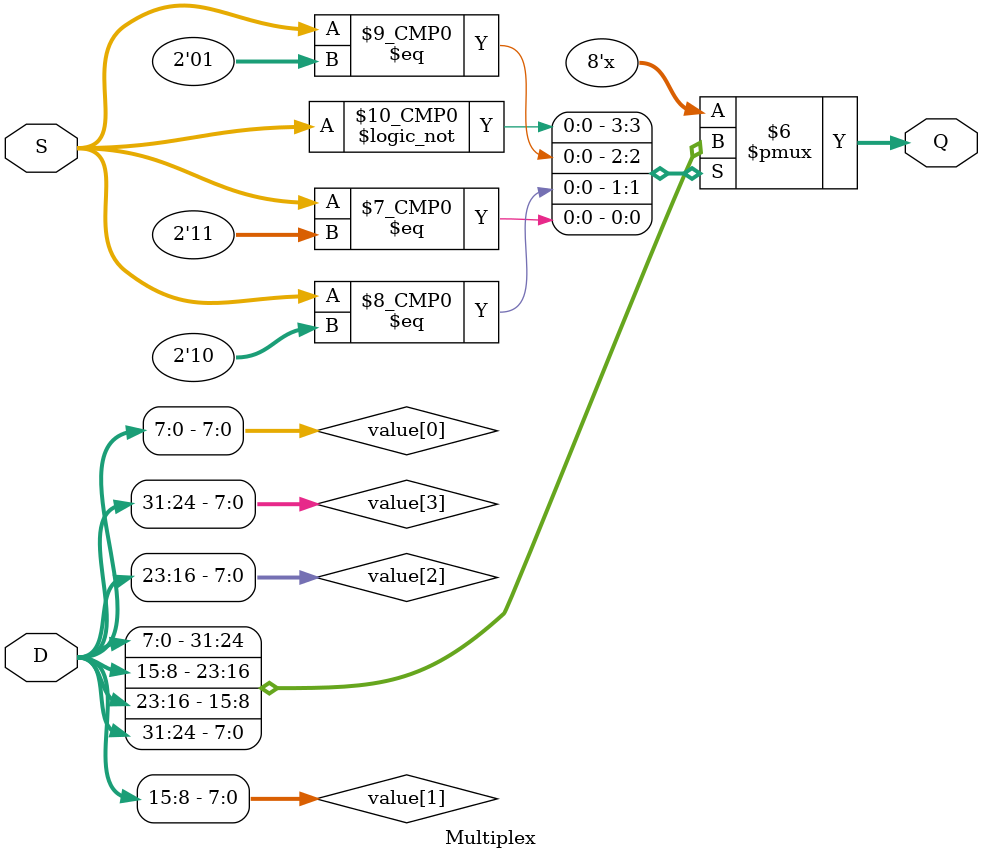
<source format=v>
`ifndef __MULTIPLEX__
`define __MULTIPLEX__

module Multiplex #(
	parameter Width = 8,
	parameter AddressSize = 2
) (
	input [(Width*(2**AddressSize))-1:0]D,
	input [AddressSize-1:0]S,
	output [Width-1:0]Q
);

	wire [Width-1:0]value[2**AddressSize-1:0];

	genvar i;
	generate
		for(i=0;i<2**AddressSize;i=i+1)
		begin:_assign
			assign value[i] = D[i*Width+Width-1:i*Width];
		end
	endgenerate

	assign Q = value[S];

endmodule


`endif
</source>
